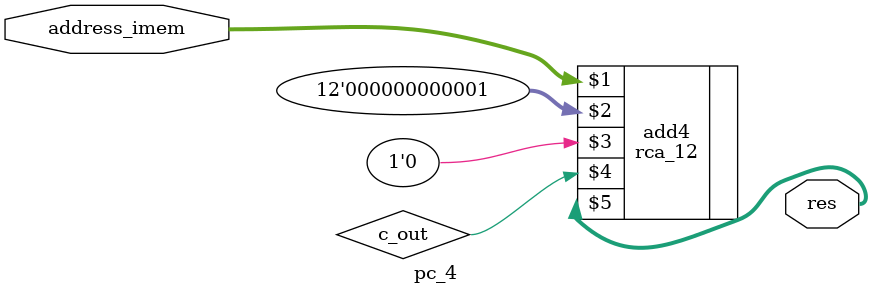
<source format=v>
module pc(d,clk,rst,en,q,q_p);
	input [31:0] d;
	input clk,rst,en;
	output [31:0] q;
	output [31:0] q_p;
	wire [31:0] d_reg;//, next_val;
	
//	initial begin
//		q<=0;
//		q_p<=0;
//	end

	//assign next_val = en?d:d_reg;
	reg_32 q_reg(d_reg,d,clk,en,rst);
	assign q_p = d_reg?d_reg+1:0;
	assign q = d_reg;
	
	
endmodule

module pc_calc(d, q, isJ, isB, bType, bI, jI, isJR, rd);
	input [31:0] d, rd;
	input isJ, isB, bType, isJR;
	input [31:0] bI;
	input [26:0] jI;
	output [31:0] q;
	wire [31:0] jI_32;
	assign jI_32[26:0] = jI;
	assign q = isJ ? (isJR ? rd : jI_32) : ((bType && isB) ? (d + bI) : d); 
		
endmodule

module pc_4(address_imem, res);
	input [11:0] address_imem;
	output [11:0] res;
	wire c_out;
	rca_12 add4(address_imem,12'd1,1'b0,c_out,res);
endmodule

</source>
